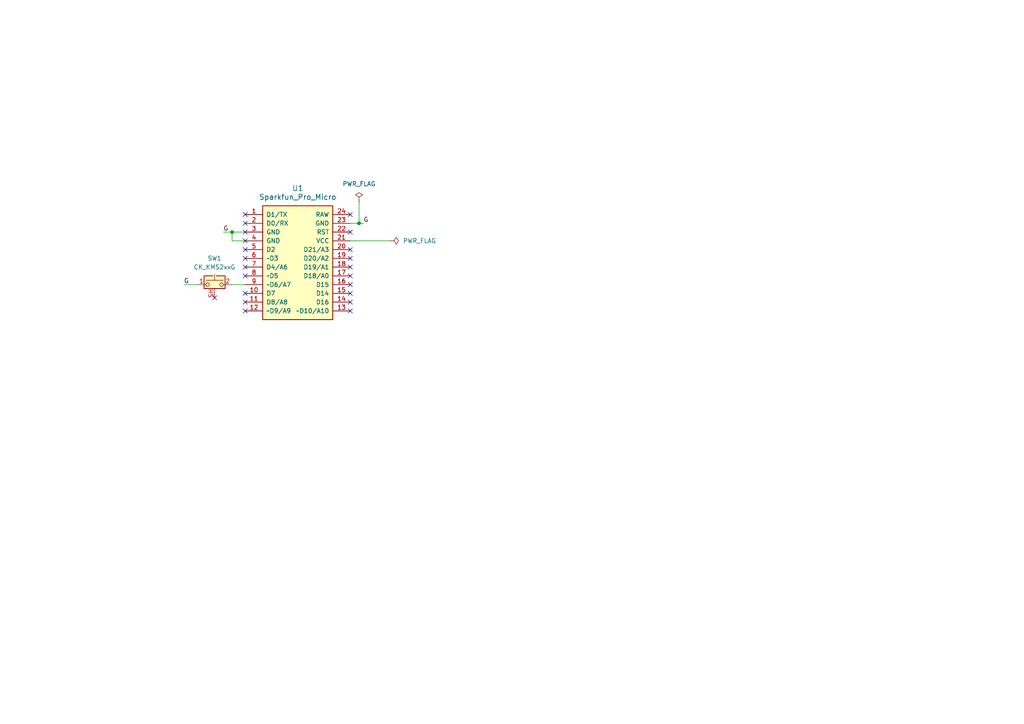
<source format=kicad_sch>
(kicad_sch (version 20250114) (generator "eeschema") (generator_version "9.0")
  (paper "A4")
  (lib_symbols
    (symbol "Switch:CK_KMS2xxG" (pin_names (offset 1.016) (hide yes))
      (property "Reference" "SW" (at 4.318 2.032 0))
      (property "Value" "CK_KMS2xxG" (at 0 4.572 0))
      (symbol "CK_KMS2xxG_0_1"
        (circle (center -2.032 0) (radius 0.508))
        (polyline (pts (xy 0 1.27) (xy 0 3.048)))
        (polyline (pts (xy 0.508 2.54) (xy 3.048 2.54) (xy 3.048 -1.143) (xy -3.048 -1.143) (xy -3.048 2.54) (xy -0.508 2.54)) (stroke (width -0.0254)))
        (polyline (pts (xy 0.508 2.54) (xy 3.048 2.54) (xy 3.048 -1.143) (xy -3.048 -1.143) (xy -3.048 2.54) (xy -0.508 2.54)) (stroke (width 0.254)))
        (circle (center 2.032 0) (radius 0.508))
        (polyline (pts (xy 2.54 1.27) (xy -2.54 1.27)))
        (pin passive line (at -5.08 0 0) (length 2.54) (name "1") (number "1"))
        (pin passive line (at 5.08 0 180) (length 2.54) (name "2") (number "2"))
      )
      (symbol "CK_KMS2xxG_1_1"
        (rectangle (start -3.048 2.54) (end 3.048 -1.27) (stroke (width -0.0254)) (fill (type background)))
        (pin passive line (at 0 -3.81 90) (length 2.54) (name "B") (number "SH"))
      )
    )
    (symbol "arduino:Sparkfun_Pro_Micro" (pin_names (offset 1.016))
      (property "Reference" "U" (at -8.89 21.59 0))
      (property "Value" "Sparkfun_Pro_Micro" (at 0 19.05 0))
      (symbol "Sparkfun_Pro_Micro_0_1"
        (rectangle (start -10.16 17.78) (end 10.16 -15.24) (stroke (width 0.254)) (fill (type background)))
      )
      (symbol "Sparkfun_Pro_Micro_1_1"
        (pin bidirectional line (at -15.24 15.24 0) (length 5.08) (name "D1/TX") (number "1"))
        (pin bidirectional line (at -15.24 12.7 0) (length 5.08) (name "D0/RX") (number "2"))
        (pin power_in line (at -15.24 10.16 0) (length 5.08) (name "GND") (number "3"))
        (pin power_in line (at -15.24 7.62 0) (length 5.08) (name "GND") (number "4"))
        (pin bidirectional line (at -15.24 5.08 0) (length 5.08) (name "D2") (number "5"))
        (pin bidirectional line (at -15.24 2.54 0) (length 5.08) (name "~D3") (number "6"))
        (pin bidirectional line (at -15.24 0 0) (length 5.08) (name "D4/A6") (number "7"))
        (pin bidirectional line (at -15.24 -2.54 0) (length 5.08) (name "~D5") (number "8"))
        (pin bidirectional line (at -15.24 -5.08 0) (length 5.08) (name "~D6/A7") (number "9"))
        (pin bidirectional line (at -15.24 -7.62 0) (length 5.08) (name "D7") (number "10"))
        (pin bidirectional line (at -15.24 -10.16 0) (length 5.08) (name "D8/A8") (number "11"))
        (pin bidirectional line (at -15.24 -12.7 0) (length 5.08) (name "~D9/A9") (number "12"))
        (pin power_in line (at 15.24 15.24 180) (length 5.08) (name "RAW") (number "24"))
        (pin power_in line (at 15.24 12.7 180) (length 5.08) (name "GND") (number "23"))
        (pin input line (at 15.24 10.16 180) (length 5.08) (name "RST") (number "22"))
        (pin power_in line (at 15.24 7.62 180) (length 5.08) (name "VCC") (number "21"))
        (pin bidirectional line (at 15.24 5.08 180) (length 5.08) (name "D21/A3") (number "20"))
        (pin bidirectional line (at 15.24 2.54 180) (length 5.08) (name "D20/A2") (number "19"))
        (pin bidirectional line (at 15.24 0 180) (length 5.08) (name "D19/A1") (number "18"))
        (pin bidirectional line (at 15.24 -2.54 180) (length 5.08) (name "D18/A0") (number "17"))
        (pin bidirectional line (at 15.24 -5.08 180) (length 5.08) (name "D15") (number "16"))
        (pin bidirectional line (at 15.24 -7.62 180) (length 5.08) (name "D14") (number "15"))
        (pin bidirectional line (at 15.24 -10.16 180) (length 5.08) (name "D16") (number "14"))
        (pin bidirectional line (at 15.24 -12.7 180) (length 5.08) (name "~D10/A10") (number "13"))
      )
    )
    (symbol "power:PWR_FLAG" (power) (pin_numbers (hide yes)) (pin_names (offset 0) (hide yes))
      (property "Value" "PWR_FLAG" (at 0 3.81 0))
      (symbol "PWR_FLAG_0_0"
        (pin power_out line (at 0 0 90) (length 0) (name "~") (number "1"))
      )
      (symbol "PWR_FLAG_0_1"
        (polyline (pts (xy 0 0) (xy 0 1.27) (xy -1.016 1.905) (xy 0 2.54) (xy 1.016 1.905) (xy 0 1.27)))
      )
    )
  )
  (junction (at 104.14 64.77))
  (junction (at 67.31 67.31))
  (no_connect (at 71.12 77.47))
  (no_connect (at 101.6 74.93))
  (no_connect (at 101.6 82.55))
  (no_connect (at 101.6 90.17))
  (no_connect (at 101.6 72.39))
  (no_connect (at 101.6 62.23))
  (no_connect (at 71.12 80.01))
  (no_connect (at 71.12 64.77))
  (no_connect (at 71.12 90.17))
  (no_connect (at 101.6 87.63))
  (no_connect (at 71.12 85.09))
  (no_connect (at 71.12 62.23))
  (no_connect (at 71.12 72.39))
  (no_connect (at 71.12 87.63))
  (no_connect (at 101.6 67.31))
  (no_connect (at 101.6 85.09))
  (no_connect (at 71.12 74.93))
  (no_connect (at 71.12 67.31))
  (no_connect (at 62.23 86.36))
  (no_connect (at 101.6 77.47))
  (no_connect (at 71.12 69.85))
  (no_connect (at 101.6 80.01))
  (wire (pts (xy 104.14 64.77) (xy 105.41 64.77)))
  (wire (pts (xy 64.77 67.31) (xy 67.31 67.31)))
  (wire (pts (xy 67.31 82.55) (xy 71.12 82.55)))
  (wire (pts (xy 104.14 58.42) (xy 104.14 64.77)))
  (wire (pts (xy 57.15 82.55) (xy 53.34 82.55)))
  (wire (pts (xy 67.31 67.31) (xy 67.31 69.85)))
  (wire (pts (xy 67.31 69.85) (xy 71.12 69.85)))
  (wire (pts (xy 101.6 69.85) (xy 113.03 69.85)))
  (wire (pts (xy 67.31 67.31) (xy 71.12 67.31)))
  (wire (pts (xy 101.6 64.77) (xy 104.14 64.77)))
  (label "G" (at 105.41 64.77 0))
  (label "G" (at 64.77 67.31 0))
  (label "G" (at 53.34 82.55 0))
  (symbol (lib_id "arduino:Sparkfun_Pro_Micro") (at 86.36 77.47 0) (unit 1)
    (property "Reference" "U1" (at 86.36 54.61 0) (effects (font (size 1.524 1.524))))
    (property "Value" "Sparkfun_Pro_Micro" (at 86.36 57.15 0) (effects (font (size 1.524 1.524))))
    (property "Footprint" "Arduino:Sparkfun_Pro_Micro" (effects (hide yes)))
    (property "Datasheet" "https://www.sparkfun.com/products/12640" (effects (hide yes)))
    (property "Description" "Sparkfun Pro Micro" (effects (hide yes)))
  )
  (symbol (lib_id "Switch:CK_KMS2xxG") (at 62.23 82.55 0) (unit 1)
    (property "Reference" "SW1" (at 62.23 74.93 0))
    (property "Value" "CK_KMS2xxG" (at 62.23 77.47 0))
    (property "Footprint" "Button_Switch_SMD:SW_SPST_CK_KMS2xxGP" (effects (hide yes)))
    (property "Datasheet" "https://www.ckswitches.com/media/1482/kms.pdf" (effects (hide yes)))
    (property "Description" "Microminiature SMT Side Actuated, 4.2 x 2.8 x 1.42mm, without pegs, with shield pin" (effects (hide yes)))
  )
  (symbol (lib_id "power:PWR_FLAG") (at 104.14 58.42 0) (unit 1)
    (property "Reference" "#FLG02" (effects (hide yes)))
    (property "Value" "PWR_FLAG" (at 104.14 53.34 0))
    (property "Description" "Special symbol for telling ERC where power comes from" (effects (hide yes)))
  )
  (symbol (lib_id "power:PWR_FLAG") (at 113.03 69.85 270) (unit 1)
    (property "Reference" "#FLG01" (effects (hide yes)))
    (property "Value" "PWR_FLAG" (at 116.84 69.8499 90) (effects (justify left)))
    (property "Description" "Special symbol for telling ERC where power comes from" (effects (hide yes)))
  )
)
</source>
